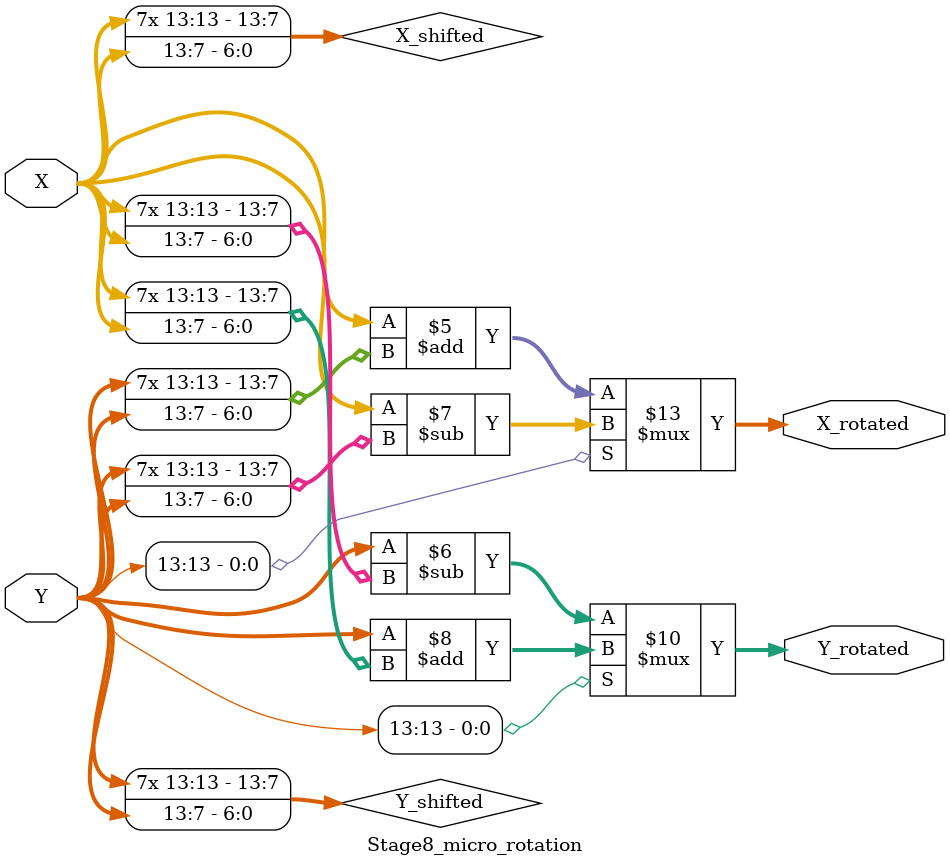
<source format=v>
`timescale 1ns / 1ps

module Stage8_micro_rotation(X, Y, X_rotated, Y_rotated);     
input [13:0] X, Y;
//input Y_signed;
output [13:0] X_rotated, Y_rotated;

// input
wire signed [13:0] X, Y;        // S1.12  (14bits)
//wire signed Y_signed;           // Y[13] = ¦P¤@­Ó stage Y ªº signed bit¡A¨M©w X¡BY ­n¥[©Î´î

// output
reg signed [13:0] X_rotated, Y_rotated;       // S1.12  (14bits)

reg signed [13:0] X_shifted, Y_shifted;

always@ (X or Y)
begin
    X_shifted = X >>> 7;          // ²Ä 8 ­Ó stage ¦V¥k¦ì²¾ 7 bits
    Y_shifted = Y >>> 7;
    
    if(Y[13] == 1'b0)
    begin
        X_rotated = X + Y_shifted;
        Y_rotated = Y - X_shifted;
    end
    
    else
    begin
        X_rotated = X - Y_shifted;
        Y_rotated = Y + X_shifted;
    end
end

endmodule

</source>
